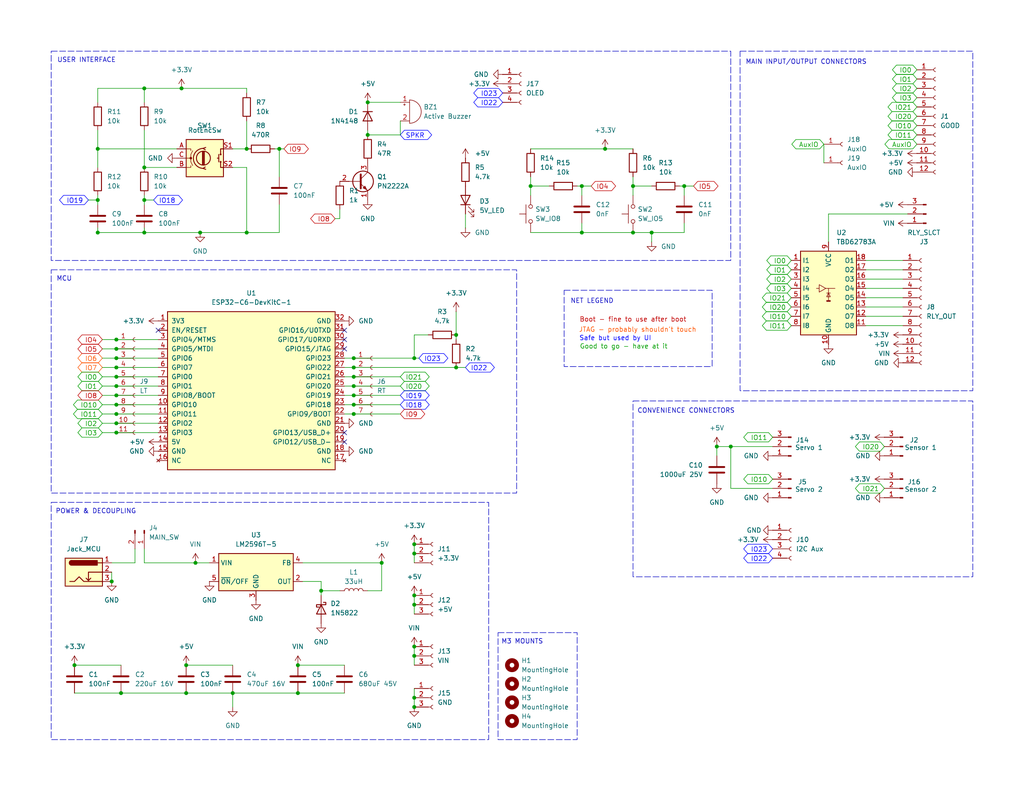
<source format=kicad_sch>
(kicad_sch (version 20250114) (generator "eeschema") (generator_version "9.0")
  (paper "USLetter")
  (title_block (title "Papa's Project Board (ESP32-C6-DevKitC-1-N8)") (date "${RevDate}") (rev "${Rev}") (company "Ben Koren"))
  (rectangle (start 13.97 73.66) (end 140.97 134.62) (stroke (width 0) (type dash)))
  (rectangle (start 13.97 137.16) (end 133.35 201.93) (stroke (width 0) (type dash)))
  (rectangle (start 201.93 13.97) (end 265.43 106.68) (stroke (width 0) (type dash)))
  (rectangle (start 153.924 79.248) (end 194.31 100.076) (stroke (width 0) (type dash)))
  (rectangle (start 135.89 172.72) (end 157.48 201.93) (stroke (width 0) (type dash)))
  (rectangle (start 172.72 109.474) (end 265.43 157.48) (stroke (width 0) (type dash)))
  (rectangle (start 13.97 13.97) (end 199.39 71.12) (stroke (width 0) (type dash)))
  (text "JTAG - probably shouldn't touch" (at 173.99 90.17 0) (effects (font (size 1.27 1.27))))
  (text "USER INTERFACE" (at 23.622 16.51 0) (effects (font (size 1.27 1.27))))
  (text "Boot - fine to use after boot" (at 172.72 87.376 0) (effects (font (size 1.27 1.27))))
  (text "Good to go - have at it" (at 170.18 94.742 0) (effects (font (size 1.27 1.27))))
  (text "MAIN INPUT/OUTPUT CONNECTORS" (at 219.964 17.018 0) (effects (font (size 1.27 1.27))))
  (text "MCU" (at 17.526 76.2 0) (effects (font (size 1.27 1.27))))
  (text "M3 MOUNTS" (at 142.494 175.26 0) (effects (font (size 1.27 1.27))))
  (text "Safe but used by UI" (at 167.894 92.456 0) (effects (font (size 1.27 1.27))))
  (text "NET LEGEND" (at 161.544 82.296 0) (effects (font (size 1.27 1.27))))
  (text "POWER & DECOUPLING" (at 26.162 139.7 0) (effects (font (size 1.27 1.27))))
  (text "CONVENIENCE CONNECTORS" (at 187.198 112.268 0) (effects (font (size 1.27 1.27))))
  (junction (at 26.67 54.61))
  (junction (at 113.03 148.59))
  (junction (at 26.67 63.5))
  (junction (at 31.75 113.03))
  (junction (at 54.61 63.5))
  (junction (at 31.75 110.49))
  (junction (at 195.58 121.92))
  (junction (at 100.33 27.94))
  (junction (at 33.02 189.23))
  (junction (at 100.33 36.83))
  (junction (at 67.31 40.64))
  (junction (at 39.37 45.72))
  (junction (at 31.75 97.79))
  (junction (at 172.72 50.8))
  (junction (at 113.03 193.04))
  (junction (at 113.03 151.13))
  (junction (at 96.52 105.41))
  (junction (at 31.75 100.33))
  (junction (at 31.75 107.95))
  (junction (at 31.75 105.41))
  (junction (at 113.03 165.1))
  (junction (at 31.75 115.57))
  (junction (at 39.37 63.5))
  (junction (at 31.75 95.25))
  (junction (at 113.03 190.5))
  (junction (at 87.63 161.29))
  (junction (at 172.72 63.5))
  (junction (at 31.75 102.87))
  (junction (at 39.37 24.13))
  (junction (at 31.75 118.11))
  (junction (at 113.03 179.07))
  (junction (at 30.48 158.75))
  (junction (at 113.03 97.79))
  (junction (at 96.52 107.95))
  (junction (at 63.5 189.23))
  (junction (at 81.28 189.23))
  (junction (at 177.8 63.5))
  (junction (at 50.8 181.61))
  (junction (at 20.32 181.61))
  (junction (at 186.69 50.8))
  (junction (at 81.28 181.61))
  (junction (at 96.52 102.87))
  (junction (at 113.03 162.56))
  (junction (at 96.52 113.03))
  (junction (at 76.2 40.64))
  (junction (at 26.67 40.64))
  (junction (at 49.53 24.13))
  (junction (at 67.31 63.5))
  (junction (at 199.39 121.92))
  (junction (at 31.75 92.71))
  (junction (at 158.75 63.5))
  (junction (at 144.78 50.8))
  (junction (at 50.8 189.23))
  (junction (at 113.03 176.53))
  (junction (at 39.37 54.61))
  (junction (at 96.52 110.49))
  (junction (at 124.46 91.44))
  (junction (at 104.14 153.67))
  (junction (at 53.34 153.67))
  (junction (at 96.52 97.79))
  (junction (at 165.1 40.64))
  (junction (at 158.75 50.8))
  (junction (at 96.52 100.33))
  (junction (at 124.46 100.33))
  (no_connect (at 93.98 90.17))
  (no_connect (at 93.98 95.25))
  (no_connect (at 43.18 90.17))
  (no_connect (at 93.98 118.11))
  (no_connect (at 93.98 120.65))
  (no_connect (at 93.98 92.71))
  (wire (pts (xy 31.75 113.03) (xy 43.18 113.03)))
  (wire (pts (xy 113.03 91.44) (xy 113.03 97.79)))
  (wire (pts (xy 158.75 50.8) (xy 161.29 50.8)))
  (wire (pts (xy 127 100.33) (xy 124.46 100.33)))
  (wire (pts (xy 186.69 50.8) (xy 186.69 53.34)))
  (wire (pts (xy 96.52 110.49) (xy 109.22 110.49)))
  (wire (pts (xy 93.98 102.87) (xy 96.52 102.87)))
  (wire (pts (xy 31.75 95.25) (xy 43.18 95.25)))
  (wire (pts (xy 31.75 100.33) (xy 43.18 100.33)))
  (wire (pts (xy 26.67 45.72) (xy 26.67 40.64)))
  (wire (pts (xy 172.72 48.26) (xy 172.72 50.8)))
  (wire (pts (xy 82.55 158.75) (xy 87.63 158.75)))
  (wire (pts (xy 53.34 153.67) (xy 39.37 153.67)))
  (wire (pts (xy 100.33 35.56) (xy 100.33 36.83)))
  (wire (pts (xy 31.75 110.49) (xy 43.18 110.49)))
  (wire (pts (xy 63.5 45.72) (xy 67.31 45.72)))
  (wire (pts (xy 27.94 115.57) (xy 31.75 115.57)))
  (wire (pts (xy 113.03 190.5) (xy 113.03 193.04)))
  (wire (pts (xy 26.67 62.23) (xy 26.67 63.5)))
  (wire (pts (xy 113.03 179.07) (xy 113.03 181.61)))
  (wire (pts (xy 67.31 25.4) (xy 67.31 24.13)))
  (wire (pts (xy 113.03 176.53) (xy 113.03 179.07)))
  (wire (pts (xy 116.84 91.44) (xy 113.03 91.44)))
  (wire (pts (xy 236.22 78.74) (xy 246.38 78.74)))
  (wire (pts (xy 76.2 40.64) (xy 76.2 48.26)))
  (wire (pts (xy 177.8 63.5) (xy 172.72 63.5)))
  (wire (pts (xy 247.65 58.42) (xy 226.06 58.42)))
  (wire (pts (xy 67.31 45.72) (xy 67.31 63.5)))
  (wire (pts (xy 76.2 63.5) (xy 67.31 63.5)))
  (wire (pts (xy 39.37 53.34) (xy 39.37 54.61)))
  (wire (pts (xy 26.67 24.13) (xy 39.37 24.13)))
  (wire (pts (xy 124.46 85.09) (xy 124.46 91.44)))
  (wire (pts (xy 27.94 113.03) (xy 31.75 113.03)))
  (wire (pts (xy 236.22 76.2) (xy 246.38 76.2)))
  (wire (pts (xy 82.55 153.67) (xy 104.14 153.67)))
  (wire (pts (xy 236.22 86.36) (xy 246.38 86.36)))
  (wire (pts (xy 27.94 105.41) (xy 31.75 105.41)))
  (wire (pts (xy 226.06 58.42) (xy 226.06 66.04)))
  (wire (pts (xy 93.98 97.79) (xy 96.52 97.79)))
  (wire (pts (xy 236.22 81.28) (xy 246.38 81.28)))
  (wire (pts (xy 186.69 50.8) (xy 189.23 50.8)))
  (wire (pts (xy 31.75 107.95) (xy 43.18 107.95)))
  (wire (pts (xy 236.22 73.66) (xy 246.38 73.66)))
  (wire (pts (xy 93.98 105.41) (xy 96.52 105.41)))
  (wire (pts (xy 39.37 45.72) (xy 48.26 45.72)))
  (wire (pts (xy 96.52 105.41) (xy 109.22 105.41)))
  (wire (pts (xy 50.8 181.61) (xy 63.5 181.61)))
  (wire (pts (xy 144.78 63.5) (xy 158.75 63.5)))
  (wire (pts (xy 93.98 100.33) (xy 96.52 100.33)))
  (wire (pts (xy 27.94 110.49) (xy 31.75 110.49)))
  (wire (pts (xy 236.22 88.9) (xy 246.38 88.9)))
  (wire (pts (xy 31.75 105.41) (xy 43.18 105.41)))
  (wire (pts (xy 92.71 57.15) (xy 92.71 59.69)))
  (wire (pts (xy 31.75 92.71) (xy 43.18 92.71)))
  (wire (pts (xy 100.33 27.94) (xy 109.22 27.94)))
  (wire (pts (xy 31.75 102.87) (xy 43.18 102.87)))
  (wire (pts (xy 199.39 133.35) (xy 199.39 121.92)))
  (wire (pts (xy 24.13 54.61) (xy 26.67 54.61)))
  (wire (pts (xy 236.22 83.82) (xy 246.38 83.82)))
  (wire (pts (xy 50.8 189.23) (xy 63.5 189.23)))
  (wire (pts (xy 185.42 50.8) (xy 186.69 50.8)))
  (wire (pts (xy 109.22 36.83) (xy 109.22 33.02)))
  (wire (pts (xy 113.03 187.96) (xy 113.03 190.5)))
  (wire (pts (xy 172.72 50.8) (xy 172.72 53.34)))
  (wire (pts (xy 210.82 133.35) (xy 199.39 133.35)))
  (wire (pts (xy 27.94 92.71) (xy 31.75 92.71)))
  (wire (pts (xy 165.1 40.64) (xy 172.72 40.64)))
  (wire (pts (xy 39.37 153.67) (xy 39.37 149.86)))
  (wire (pts (xy 39.37 35.56) (xy 39.37 45.72)))
  (wire (pts (xy 158.75 63.5) (xy 172.72 63.5)))
  (wire (pts (xy 93.98 113.03) (xy 96.52 113.03)))
  (wire (pts (xy 33.02 189.23) (xy 50.8 189.23)))
  (wire (pts (xy 27.94 118.11) (xy 31.75 118.11)))
  (wire (pts (xy 104.14 153.67) (xy 104.14 161.29)))
  (wire (pts (xy 31.75 118.11) (xy 43.18 118.11)))
  (wire (pts (xy 26.67 35.56) (xy 26.67 40.64)))
  (wire (pts (xy 74.93 40.64) (xy 76.2 40.64)))
  (wire (pts (xy 39.37 63.5) (xy 39.37 62.23)))
  (wire (pts (xy 26.67 24.13) (xy 26.67 27.94)))
  (wire (pts (xy 67.31 33.02) (xy 67.31 40.64)))
  (wire (pts (xy 39.37 24.13) (xy 39.37 27.94)))
  (wire (pts (xy 124.46 91.44) (xy 124.46 92.71)))
  (wire (pts (xy 31.75 97.79) (xy 43.18 97.79)))
  (wire (pts (xy 158.75 50.8) (xy 158.75 53.34)))
  (wire (pts (xy 39.37 54.61) (xy 41.91 54.61)))
  (wire (pts (xy 144.78 50.8) (xy 144.78 53.34)))
  (wire (pts (xy 36.83 153.67) (xy 30.48 153.67)))
  (wire (pts (xy 144.78 48.26) (xy 144.78 50.8)))
  (wire (pts (xy 113.03 165.1) (xy 113.03 167.64)))
  (wire (pts (xy 20.32 181.61) (xy 33.02 181.61)))
  (wire (pts (xy 26.67 40.64) (xy 48.26 40.64)))
  (wire (pts (xy 127 62.23) (xy 127 58.42)))
  (wire (pts (xy 26.67 55.88) (xy 26.67 54.61)))
  (wire (pts (xy 54.61 63.5) (xy 39.37 63.5)))
  (wire (pts (xy 27.94 100.33) (xy 31.75 100.33)))
  (wire (pts (xy 67.31 40.64) (xy 63.5 40.64)))
  (wire (pts (xy 186.69 63.5) (xy 177.8 63.5)))
  (wire (pts (xy 96.52 97.79) (xy 113.03 97.79)))
  (wire (pts (xy 31.75 115.57) (xy 43.18 115.57)))
  (wire (pts (xy 27.94 102.87) (xy 31.75 102.87)))
  (wire (pts (xy 76.2 55.88) (xy 76.2 63.5)))
  (wire (pts (xy 144.78 40.64) (xy 165.1 40.64)))
  (wire (pts (xy 158.75 60.96) (xy 158.75 63.5)))
  (wire (pts (xy 224.79 39.37) (xy 224.79 44.45)))
  (wire (pts (xy 236.22 71.12) (xy 246.38 71.12)))
  (wire (pts (xy 113.03 148.59) (xy 113.03 151.13)))
  (wire (pts (xy 157.48 50.8) (xy 158.75 50.8)))
  (wire (pts (xy 96.52 113.03) (xy 109.22 113.03)))
  (wire (pts (xy 87.63 161.29) (xy 92.71 161.29)))
  (wire (pts (xy 93.98 110.49) (xy 96.52 110.49)))
  (wire (pts (xy 199.39 121.92) (xy 210.82 121.92)))
  (wire (pts (xy 27.94 107.95) (xy 31.75 107.95)))
  (wire (pts (xy 81.28 189.23) (xy 93.98 189.23)))
  (wire (pts (xy 49.53 24.13) (xy 39.37 24.13)))
  (wire (pts (xy 195.58 121.92) (xy 199.39 121.92)))
  (wire (pts (xy 87.63 161.29) (xy 87.63 162.56)))
  (wire (pts (xy 93.98 107.95) (xy 96.52 107.95)))
  (wire (pts (xy 20.32 189.23) (xy 33.02 189.23)))
  (wire (pts (xy 87.63 161.29) (xy 87.63 158.75)))
  (wire (pts (xy 172.72 50.8) (xy 177.8 50.8)))
  (wire (pts (xy 76.2 40.64) (xy 77.47 40.64)))
  (wire (pts (xy 100.33 161.29) (xy 104.14 161.29)))
  (wire (pts (xy 100.33 36.83) (xy 109.22 36.83)))
  (wire (pts (xy 63.5 189.23) (xy 81.28 189.23)))
  (wire (pts (xy 186.69 60.96) (xy 186.69 63.5)))
  (wire (pts (xy 67.31 24.13) (xy 49.53 24.13)))
  (wire (pts (xy 81.28 181.61) (xy 93.98 181.61)))
  (wire (pts (xy 27.94 95.25) (xy 31.75 95.25)))
  (wire (pts (xy 114.3 97.79) (xy 113.03 97.79)))
  (wire (pts (xy 113.03 151.13) (xy 113.03 153.67)))
  (wire (pts (xy 39.37 63.5) (xy 26.67 63.5)))
  (wire (pts (xy 92.71 59.69) (xy 91.44 59.69)))
  (wire (pts (xy 39.37 54.61) (xy 39.37 55.88)))
  (wire (pts (xy 96.52 100.33) (xy 124.46 100.33)))
  (wire (pts (xy 54.61 63.5) (xy 67.31 63.5)))
  (wire (pts (xy 53.34 153.67) (xy 57.15 153.67)))
  (wire (pts (xy 63.5 189.23) (xy 63.5 193.04)))
  (wire (pts (xy 30.48 156.21) (xy 30.48 158.75)))
  (wire (pts (xy 36.83 149.86) (xy 36.83 153.67)))
  (wire (pts (xy 177.8 66.04) (xy 177.8 63.5)))
  (wire (pts (xy 96.52 107.95) (xy 109.22 107.95)))
  (wire (pts (xy 27.94 97.79) (xy 31.75 97.79)))
  (wire (pts (xy 26.67 54.61) (xy 26.67 53.34)))
  (wire (pts (xy 113.03 162.56) (xy 113.03 165.1)))
  (wire (pts (xy 144.78 50.8) (xy 149.86 50.8)))
  (wire (pts (xy 96.52 102.87) (xy 109.22 102.87)))
  (wire (pts (xy 195.58 121.92) (xy 195.58 124.46)))
  (global_label "IO20" (shape bidirectional) (at 109.22 105.41 0) (property "Intersheetrefs" "${INTERSHEET_REFS}" (effects (hide yes))))
  (global_label "IO20" (shape bidirectional) (at 250.19 31.75 180) (property "Intersheetrefs" "${INTERSHEET_REFS}" (effects (hide yes))))
  (global_label "IO11" (shape bidirectional) (at 250.19 36.83 180) (property "Intersheetrefs" "${INTERSHEET_REFS}" (effects (hide yes))))
  (global_label "IO2" (shape bidirectional) (at 250.19 24.13 180) (property "Intersheetrefs" "${INTERSHEET_REFS}" (effects (hide yes))))
  (global_label "SPKR" (shape bidirectional) (at 109.22 36.83 0) (property "Intersheetrefs" "${INTERSHEET_REFS}" (effects (hide yes))))
  (global_label "IO11" (shape bidirectional) (at 215.9 88.9 180) (property "Intersheetrefs" "${INTERSHEET_REFS}" (effects (hide yes))))
  (global_label "AuxIO" (shape bidirectional) (at 250.19 39.37 180) (property "Intersheetrefs" "${INTERSHEET_REFS}" (effects (hide yes))))
  (global_label "IO9" (shape bidirectional) (at 109.22 113.03 0) (property "Intersheetrefs" "${INTERSHEET_REFS}" (effects (hide yes))))
  (global_label "IO18" (shape bidirectional) (at 109.22 110.49 0) (property "Intersheetrefs" "${INTERSHEET_REFS}" (effects (hide yes))))
  (global_label "IO21" (shape bidirectional) (at 250.19 29.21 180) (property "Intersheetrefs" "${INTERSHEET_REFS}" (effects (hide yes))))
  (global_label "IO4" (shape bidirectional) (at 27.94 92.71 180) (property "Intersheetrefs" "${INTERSHEET_REFS}" (effects (hide yes))))
  (global_label "IO8" (shape bidirectional) (at 91.44 59.69 180) (property "Intersheetrefs" "${INTERSHEET_REFS}" (effects (hide yes))))
  (global_label "IO23" (shape bidirectional) (at 210.82 149.86 180) (property "Intersheetrefs" "${INTERSHEET_REFS}" (effects (hide yes))))
  (global_label "IO10" (shape bidirectional) (at 210.82 130.81 180) (property "Intersheetrefs" "${INTERSHEET_REFS}" (effects (hide yes))))
  (global_label "IO10" (shape bidirectional) (at 27.94 110.49 180) (property "Intersheetrefs" "${INTERSHEET_REFS}" (effects (hide yes))))
  (global_label "IO20" (shape bidirectional) (at 241.3 121.92 180) (property "Intersheetrefs" "${INTERSHEET_REFS}" (effects (hide yes))))
  (global_label "IO2" (shape bidirectional) (at 215.9 76.2 180) (property "Intersheetrefs" "${INTERSHEET_REFS}" (effects (hide yes))))
  (global_label "IO2" (shape bidirectional) (at 27.94 115.57 180) (property "Intersheetrefs" "${INTERSHEET_REFS}" (effects (hide yes))))
  (global_label "IO23" (shape bidirectional) (at 114.3 97.79 0) (property "Intersheetrefs" "${INTERSHEET_REFS}" (effects (hide yes))))
  (global_label "IO7" (shape bidirectional) (at 27.94 100.33 180) (property "Intersheetrefs" "${INTERSHEET_REFS}" (effects (hide yes))))
  (global_label "IO19" (shape bidirectional) (at 109.22 107.95 0) (property "Intersheetrefs" "${INTERSHEET_REFS}" (effects (hide yes))))
  (global_label "IO6" (shape bidirectional) (at 27.94 97.79 180) (property "Intersheetrefs" "${INTERSHEET_REFS}" (effects (hide yes))))
  (global_label "IO4" (shape bidirectional) (at 161.29 50.8 0) (property "Intersheetrefs" "${INTERSHEET_REFS}" (effects (hide yes))))
  (global_label "IO1" (shape bidirectional) (at 27.94 105.41 180) (property "Intersheetrefs" "${INTERSHEET_REFS}" (effects (hide yes))))
  (global_label "IO3" (shape bidirectional) (at 250.19 26.67 180) (property "Intersheetrefs" "${INTERSHEET_REFS}" (effects (hide yes))))
  (global_label "IO0" (shape bidirectional) (at 215.9 71.12 180) (property "Intersheetrefs" "${INTERSHEET_REFS}" (effects (hide yes))))
  (global_label "IO10" (shape bidirectional) (at 250.19 34.29 180) (property "Intersheetrefs" "${INTERSHEET_REFS}" (effects (hide yes))))
  (global_label "IO1" (shape bidirectional) (at 250.19 21.59 180) (property "Intersheetrefs" "${INTERSHEET_REFS}" (effects (hide yes))))
  (global_label "IO0" (shape bidirectional) (at 250.19 19.05 180) (property "Intersheetrefs" "${INTERSHEET_REFS}" (effects (hide yes))))
  (global_label "IO8" (shape bidirectional) (at 27.94 107.95 180) (property "Intersheetrefs" "${INTERSHEET_REFS}" (effects (hide yes))))
  (global_label "IO23" (shape bidirectional) (at 137.16 25.4 180) (property "Intersheetrefs" "${INTERSHEET_REFS}" (effects (hide yes))))
  (global_label "IO22" (shape bidirectional) (at 210.82 152.4 180) (property "Intersheetrefs" "${INTERSHEET_REFS}" (effects (hide yes))))
  (global_label "IO9" (shape bidirectional) (at 77.47 40.64 0) (property "Intersheetrefs" "${INTERSHEET_REFS}" (effects (hide yes))))
  (global_label "IO22" (shape bidirectional) (at 137.16 27.94 180) (property "Intersheetrefs" "${INTERSHEET_REFS}" (effects (hide yes))))
  (global_label "IO21" (shape bidirectional) (at 109.22 102.87 0) (property "Intersheetrefs" "${INTERSHEET_REFS}" (effects (hide yes))))
  (global_label "IO20" (shape bidirectional) (at 215.9 83.82 180) (property "Intersheetrefs" "${INTERSHEET_REFS}" (effects (hide yes))))
  (global_label "IO3" (shape bidirectional) (at 27.94 118.11 180) (property "Intersheetrefs" "${INTERSHEET_REFS}" (effects (hide yes))))
  (global_label "IO11" (shape bidirectional) (at 27.94 113.03 180) (property "Intersheetrefs" "${INTERSHEET_REFS}" (effects (hide yes))))
  (global_label "IO1" (shape bidirectional) (at 215.9 73.66 180) (property "Intersheetrefs" "${INTERSHEET_REFS}" (effects (hide yes))))
  (global_label "IO3" (shape bidirectional) (at 215.9 78.74 180) (property "Intersheetrefs" "${INTERSHEET_REFS}" (effects (hide yes))))
  (global_label "IO10" (shape bidirectional) (at 215.9 86.36 180) (property "Intersheetrefs" "${INTERSHEET_REFS}" (effects (hide yes))))
  (global_label "IO18" (shape bidirectional) (at 41.91 54.61 0) (property "Intersheetrefs" "${INTERSHEET_REFS}" (effects (hide yes))))
  (global_label "IO22" (shape bidirectional) (at 127 100.33 0) (property "Intersheetrefs" "${INTERSHEET_REFS}" (effects (hide yes))))
  (global_label "IO5" (shape bidirectional) (at 189.23 50.8 0) (property "Intersheetrefs" "${INTERSHEET_REFS}" (effects (hide yes))))
  (global_label "IO11" (shape bidirectional) (at 210.82 119.38 180) (property "Intersheetrefs" "${INTERSHEET_REFS}" (effects (hide yes))))
  (global_label "IO21" (shape bidirectional) (at 241.3 133.35 180) (property "Intersheetrefs" "${INTERSHEET_REFS}" (effects (hide yes))))
  (global_label "IO0" (shape bidirectional) (at 27.94 102.87 180) (property "Intersheetrefs" "${INTERSHEET_REFS}" (effects (hide yes))))
  (global_label "IO21" (shape bidirectional) (at 215.9 81.28 180) (property "Intersheetrefs" "${INTERSHEET_REFS}" (effects (hide yes))))
  (global_label "AuxIO" (shape bidirectional) (at 224.79 39.37 180) (property "Intersheetrefs" "${INTERSHEET_REFS}" (effects (hide yes))))
  (global_label "IO5" (shape bidirectional) (at 27.94 95.25 180) (property "Intersheetrefs" "${INTERSHEET_REFS}" (effects (hide yes))))
  (global_label "IO19" (shape bidirectional) (at 24.13 54.61 180) (property "Intersheetrefs" "${INTERSHEET_REFS}" (effects (hide yes))))
  (symbol (lib_id "Device:R") (at 92.71 53.34 0) (unit 1)
    (property "Reference" "R1" (at 95.25 52.0699 0) (effects (justify left)))
    (property "Value" "1k" (at 95.25 54.6099 0) (effects (justify left)))
    (property "Footprint" "Resistor_THT:R_Axial_DIN0207_L6.3mm_D2.5mm_P10.16mm_Horizontal" (effects (hide yes)))
    (property "Description" "Resistor" (effects (hide yes)))
  )
  (symbol (lib_id "Switch:SW_Push") (at 172.72 58.42 90) (unit 1)
    (property "Reference" "SW2" (at 173.99 57.1499 90) (effects (justify right)))
    (property "Value" "SW_IO5" (at 173.99 59.6899 90) (effects (justify right)))
    (property "Footprint" "Button_Switch_THT:SW_PUSH-12mm_Wuerth-430476085716" (effects (hide yes)))
    (property "Description" "Push button switch, generic, two pins" (effects (hide yes)))
  )
  (symbol (lib_id "Mechanical:MountingHole") (at 139.7 196.85 0) (unit 1) (in_bom no)
    (property "Reference" "H4" (at 142.24 195.5799 0) (effects (justify left)))
    (property "Value" "MountingHole" (at 142.24 198.1199 0) (effects (justify left)))
    (property "Footprint" "MountingHole:MountingHole_3.2mm_M3" (effects (hide yes)))
    (property "Description" "Mounting Hole without connection" (effects (hide yes)))
  )
  (symbol (lib_id "Device:C") (at 158.75 57.15 0) (unit 1)
    (property "Reference" "C12" (at 162.56 55.8799 0) (effects (justify left)))
    (property "Value" "0nF" (at 162.56 58.4199 0) (effects (justify left)))
    (property "Footprint" "Capacitor_THT:C_Disc_D5.0mm_W2.5mm_P5.00mm" (effects (hide yes)))
    (property "Description" "Unpolarized capacitor" (effects (hide yes)))
  )
  (symbol (lib_id "power:GND") (at 69.85 163.83 0) (unit 1)
    (property "Reference" "#PWR014" (effects (hide yes)))
    (property "Value" "GND" (at 69.85 168.91 0))
    (property "Description" "Power symbol creates a global label with name \"GND\" , ground" (effects (hide yes)))
  )
  (symbol (lib_id "PCM_Espressif:ESP32-C6-DevKitC-1") (at 68.58 105.41 0) (unit 1)
    (property "Reference" "U1" (at 68.58 80.01 0))
    (property "Value" "ESP32-C6-DevKitC-1" (at 68.58 82.55 0))
    (property "Footprint" "PCM_Espressif:ESP32-C6-DevKitC-1" (effects (hide yes)))
    (property "Datasheet" "https://docs.espressif.com/projects/espressif-esp-dev-kits/en/latest/esp32c6/esp32-c6-devkitc-1/user_guide.html" (effects (hide yes)))
    (property "Description" "ESP32-C6-DevKitC-1" (effects (hide yes)))
  )
  (symbol (lib_id "power:GND") (at 177.8 66.04 0) (unit 1)
    (property "Reference" "#PWR055" (effects (hide yes)))
    (property "Value" "GND" (at 180.34 67.3099 0) (effects (justify left)))
    (property "Description" "Power symbol creates a global label with name \"GND\" , ground" (effects (hide yes)))
  )
  (symbol (lib_id "Device:C") (at 50.8 185.42 0) (unit 1)
    (property "Reference" "C3" (at 54.61 184.1499 0) (effects (justify left)))
    (property "Value" "100nF" (at 54.61 186.6899 0) (effects (justify left)))
    (property "Footprint" "Capacitor_THT:C_Disc_D5.0mm_W2.5mm_P5.00mm" (effects (hide yes)))
    (property "Description" "Unpolarized capacitor" (effects (hide yes)))
  )
  (symbol (lib_id "Device:C") (at 76.2 52.07 0) (unit 1)
    (property "Reference" "C7" (at 80.01 50.7999 0) (effects (justify left)))
    (property "Value" "100nF" (at 80.01 53.3399 0) (effects (justify left)))
    (property "Footprint" "Capacitor_THT:C_Disc_D5.0mm_W2.5mm_P5.00mm" (effects (hide yes)))
    (property "Description" "Unpolarized capacitor" (effects (hide yes)))
  )
  (symbol (lib_id "Device:C") (at 63.5 185.42 0) (unit 1)
    (property "Reference" "C4" (at 67.31 184.1499 0) (effects (justify left)))
    (property "Value" "470uF 16V" (at 67.31 186.6899 0) (effects (justify left)))
    (property "Footprint" "Capacitor_THT:CP_Radial_D8.0mm_P2.50mm" (effects (hide yes)))
    (property "Description" "Unpolarized capacitor" (effects (hide yes)))
  )
  (symbol (lib_name "Conn_01x03_Socket_2") (lib_id "Connector:Conn_01x03_Socket") (at 118.11 190.5 0) (unit 1)
    (property "Reference" "J15" (at 119.38 189.2299 0) (effects (justify left)))
    (property "Value" "GND" (at 119.38 191.7699 0) (effects (justify left)))
    (property "Footprint" "Connector_PinSocket_2.54mm:PinSocket_1x03_P2.54mm_Vertical" (effects (hide yes)))
    (property "Description" "Generic connector, single row, 01x03, script generated" (effects (hide yes)))
  )
  (symbol (lib_id "Diode:1N4148") (at 100.33 31.75 90) (mirror x) (unit 1)
    (property "Reference" "D1" (at 97.79 30.4799 90) (effects (justify left)))
    (property "Value" "1N4148" (at 97.79 33.0199 90) (effects (justify left)))
    (property "Footprint" "Diode_THT:D_DO-35_SOD27_P7.62mm_Horizontal" (effects (hide yes)))
    (property "Datasheet" "https://assets.nexperia.com/documents/data-sheet/1N4148_1N4448.pdf" (effects (hide yes)))
    (property "Description" "100V 0.15A standard switching diode, DO-35" (effects (hide yes)))
    (property "Sim.Device" "D" (effects (hide yes)))
    (property "Sim.Pins" "1=K 2=A" (effects (hide yes)))
  )
  (symbol (lib_id "power:VCC") (at 43.18 120.65 90) (unit 1)
    (property "Reference" "#PWR016" (effects (hide yes)))
    (property "Value" "+5V" (at 39.37 120.6499 90) (effects (justify left)))
    (property "Description" "Power symbol creates a global label with name \"VCC\"" (effects (hide yes)))
  )
  (symbol (lib_id "power:VCC") (at 247.65 60.96 90) (unit 1)
    (property "Reference" "#PWR030" (effects (hide yes)))
    (property "Value" "VIN" (at 242.57 60.96 90))
    (property "Description" "Power symbol creates a global label with name \"VCC\"" (effects (hide yes)))
  )
  (symbol (lib_id "power:GND") (at 195.58 132.08 0) (unit 1)
    (property "Reference" "#PWR07" (effects (hide yes)))
    (property "Value" "GND" (at 195.58 137.16 0))
    (property "Description" "Power symbol creates a global label with name \"GND\" , ground" (effects (hide yes)))
  )
  (symbol (lib_id "Transistor_Array:TBD62783A") (at 226.06 78.74 0) (unit 1)
    (property "Reference" "U2" (at 228.2033 63.5 0) (effects (justify left)))
    (property "Value" "TBD62783A" (at 228.2033 66.04 0) (effects (justify left)))
    (property "Footprint" "Package_DIP:DIP-18_W7.62mm_Socket" (effects (hide yes)))
    (property "Datasheet" "http://toshiba.semicon-storage.com/info/docget.jsp?did=30523&prodName=TBD62783APG" (effects (hide yes)))
    (property "Description" "8-Channel Source Type Transistor Array, TTL and CMOS compatible, 500mA, 50V, DIP-18/SOP-18/SSOP-18/SOIC-18W" (effects (hide yes)))
  )
  (symbol (lib_id "Device:R") (at 144.78 44.45 0) (unit 1)
    (property "Reference" "R14" (at 147.32 43.1799 0) (effects (justify left)))
    (property "Value" "10k" (at 147.32 45.7199 0) (effects (justify left)))
    (property "Footprint" "Resistor_THT:R_Axial_DIN0207_L6.3mm_D2.5mm_P10.16mm_Horizontal" (effects (hide yes)))
    (property "Description" "Resistor" (effects (hide yes)))
  )
  (symbol (lib_id "power:+5V") (at 50.8 181.61 0) (unit 1)
    (property "Reference" "#PWR023" (effects (hide yes)))
    (property "Value" "+5V" (at 50.8 176.53 0))
    (property "Description" "Power symbol creates a global label with name \"+5V\"" (effects (hide yes)))
  )
  (symbol (lib_id "power:+3.3V") (at 250.19 41.91 90) (unit 1)
    (property "Reference" "#PWR038" (effects (hide yes)))
    (property "Value" "+3.3V" (at 246.38 41.9099 90) (effects (justify left)))
    (property "Description" "Power symbol creates a global label with name \"+3.3V\"" (effects (hide yes)))
  )
  (symbol (lib_id "power:+3.3V") (at 246.38 91.44 90) (unit 1)
    (property "Reference" "#PWR034" (effects (hide yes)))
    (property "Value" "+3.3V" (at 242.57 91.4399 90) (effects (justify left)))
    (property "Description" "Power symbol creates a global label with name \"+3.3V\"" (effects (hide yes)))
  )
  (symbol (lib_id "Connector:Conn_01x03_Pin") (at 252.73 58.42 180) (unit 1)
    (property "Reference" "J3" (at 252.095 66.04 0))
    (property "Value" "RLY_SLCT" (at 252.095 63.5 0))
    (property "Footprint" "Connector_PinHeader_2.54mm:PinHeader_1x03_P2.54mm_Vertical" (effects (hide yes)))
    (property "Description" "Generic connector, single row, 01x03, script generated" (effects (hide yes)))
  )
  (symbol (lib_id "power:GND") (at 93.98 87.63 90) (unit 1)
    (property "Reference" "#PWR047" (effects (hide yes)))
    (property "Value" "GND" (at 97.79 87.6299 90) (effects (justify right)))
    (property "Description" "Power symbol creates a global label with name \"GND\" , ground" (effects (hide yes)))
  )
  (symbol (lib_id "Connector:Conn_01x01_Socket") (at 229.87 39.37 0) (unit 1)
    (property "Reference" "J18" (at 231.14 38.0999 0) (effects (justify left)))
    (property "Value" "AuxIO" (at 231.14 40.6399 0) (effects (justify left)))
    (property "Footprint" "TestPoint:TestPoint_Pad_D1.0mm" (effects (hide yes)))
    (property "Description" "Generic connector, single row, 01x01, script generated" (effects (hide yes)))
  )
  (symbol (lib_id "power:+3.3V") (at 20.32 181.61 0) (unit 1)
    (property "Reference" "#PWR027" (effects (hide yes)))
    (property "Value" "+3.3V" (at 20.32 176.53 0))
    (property "Description" "Power symbol creates a global label with name \"+3.3V\"" (effects (hide yes)))
  )
  (symbol (lib_id "Device:R") (at 127 46.99 0) (unit 1)
    (property "Reference" "R5" (at 129.54 45.7199 0) (effects (justify left)))
    (property "Value" "4.7k" (at 129.54 48.2599 0) (effects (justify left)))
    (property "Footprint" "Resistor_THT:R_Axial_DIN0207_L6.3mm_D2.5mm_P10.16mm_Horizontal" (effects (hide yes)))
    (property "Description" "Resistor" (effects (hide yes)))
  )
  (symbol (lib_id "Mechanical:MountingHole") (at 139.7 186.69 0) (unit 1) (in_bom no)
    (property "Reference" "H2" (at 142.24 185.4199 0) (effects (justify left)))
    (property "Value" "MountingHole" (at 142.24 187.9599 0) (effects (justify left)))
    (property "Footprint" "MountingHole:MountingHole_3.2mm_M3" (effects (hide yes)))
    (property "Description" "Mounting Hole without connection" (effects (hide yes)))
  )
  (symbol (lib_id "power:GND") (at 48.26 43.18 270) (unit 1)
    (property "Reference" "#PWR053" (effects (hide yes)))
    (property "Value" "GND" (at 44.45 43.1799 90) (effects (justify right)))
    (property "Description" "Power symbol creates a global label with name \"GND\" , ground" (effects (hide yes)))
  )
  (symbol (lib_name "Conn_01x03_Socket_2") (lib_id "Connector:Conn_01x03_Socket") (at 118.11 179.07 0) (unit 1)
    (property "Reference" "J13" (at 119.38 177.7999 0) (effects (justify left)))
    (property "Value" "VIN" (at 119.38 180.3399 0) (effects (justify left)))
    (property "Footprint" "Connector_PinSocket_2.54mm:PinSocket_1x03_P2.54mm_Vertical" (effects (hide yes)))
    (property "Description" "Generic connector, single row, 01x03, script generated" (effects (hide yes)))
  )
  (symbol (lib_id "Device:C") (at 81.28 185.42 0) (unit 1)
    (property "Reference" "C5" (at 85.09 184.1499 0) (effects (justify left)))
    (property "Value" "100nF" (at 85.09 186.6899 0) (effects (justify left)))
    (property "Footprint" "Capacitor_THT:C_Disc_D5.0mm_W2.5mm_P5.00mm" (effects (hide yes)))
    (property "Description" "Unpolarized capacitor" (effects (hide yes)))
  )
  (symbol (lib_id "Switch:SW_Push") (at 144.78 58.42 90) (unit 1)
    (property "Reference" "SW3" (at 146.05 57.1499 90) (effects (justify right)))
    (property "Value" "SW_IO8" (at 146.05 59.6899 90) (effects (justify right)))
    (property "Footprint" "Button_Switch_THT:SW_PUSH-12mm_Wuerth-430476085716" (effects (hide yes)))
    (property "Description" "Push button switch, generic, two pins" (effects (hide yes)))
  )
  (symbol (lib_id "Device:RotaryEncoder_Switch") (at 55.88 43.18 0) (unit 1)
    (property "Reference" "SW1" (at 55.88 34.29 0))
    (property "Value" "RotEncSw" (at 55.88 35.56 0))
    (property "Footprint" "Rotary_Encoder:RotaryEncoder_Alps_EC11E-Switch_Vertical_H20mm" (effects (hide yes)))
    (property "Description" "Rotary encoder, dual channel, incremental quadrate outputs, with switch" (effects (hide yes)))
  )
  (symbol (lib_id "power:+3.3V") (at 241.3 119.38 90) (unit 1)
    (property "Reference" "#PWR04" (effects (hide yes)))
    (property "Value" "+3.3V" (at 237.49 119.3799 90) (effects (justify left)))
    (property "Description" "Power symbol creates a global label with name \"+3.3V\"" (effects (hide yes)))
  )
  (symbol (lib_id "Mechanical:MountingHole") (at 139.7 181.61 0) (unit 1) (in_bom no)
    (property "Reference" "H1" (at 142.24 180.3399 0) (effects (justify left)))
    (property "Value" "MountingHole" (at 142.24 182.8799 0) (effects (justify left)))
    (property "Footprint" "MountingHole:MountingHole_3.2mm_M3" (effects (hide yes)))
    (property "Description" "Mounting Hole without connection" (effects (hide yes)))
  )
  (symbol (lib_id "power:GND") (at 93.98 115.57 90) (unit 1)
    (property "Reference" "#PWR035" (effects (hide yes)))
    (property "Value" "GND" (at 97.79 115.5699 90) (effects (justify right)))
    (property "Description" "Power symbol creates a global label with name \"GND\" , ground" (effects (hide yes)))
  )
  (symbol (lib_id "power:GND") (at 241.3 135.89 270) (unit 1)
    (property "Reference" "#PWR050" (effects (hide yes)))
    (property "Value" "GND" (at 237.49 135.8899 90) (effects (justify right)))
    (property "Description" "Power symbol creates a global label with name \"GND\" , ground" (effects (hide yes)))
  )
  (symbol (lib_id "power:+5V") (at 104.14 153.67 0) (unit 1)
    (property "Reference" "#PWR09" (effects (hide yes)))
    (property "Value" "+5V" (at 104.14 148.59 0))
    (property "Description" "Power symbol creates a global label with name \"+5V\"" (effects (hide yes)))
  )
  (symbol (lib_id "Device:R") (at 39.37 49.53 0) (unit 1)
    (property "Reference" "R10" (at 41.91 48.2599 0) (effects (justify left)))
    (property "Value" "10k" (at 41.91 50.7999 0) (effects (justify left)))
    (property "Footprint" "Resistor_THT:R_Axial_DIN0207_L6.3mm_D2.5mm_P10.16mm_Horizontal" (effects (hide yes)))
    (property "Description" "Resistor" (effects (hide yes)))
  )
  (symbol (lib_name "Conn_01x03_Socket_2") (lib_id "Connector:Conn_01x03_Socket") (at 118.11 151.13 0) (unit 1)
    (property "Reference" "J11" (at 119.38 149.8599 0) (effects (justify left)))
    (property "Value" "+3.3V" (at 119.38 152.3999 0) (effects (justify left)))
    (property "Footprint" "Connector_PinSocket_2.54mm:PinSocket_1x03_P2.54mm_Vertical" (effects (hide yes)))
    (property "Description" "Generic connector, single row, 01x03, script generated" (effects (hide yes)))
  )
  (symbol (lib_id "power:VCC") (at 246.38 93.98 90) (unit 1)
    (property "Reference" "#PWR032" (effects (hide yes)))
    (property "Value" "+5V" (at 242.57 93.9799 90) (effects (justify left)))
    (property "Description" "Power symbol creates a global label with name \"VCC\"" (effects (hide yes)))
  )
  (symbol (lib_id "Device:R") (at 120.65 91.44 270) (unit 1)
    (property "Reference" "R3" (at 120.65 85.09 90))
    (property "Value" "4.7k" (at 120.65 87.63 90))
    (property "Footprint" "Resistor_THT:R_Axial_DIN0207_L6.3mm_D2.5mm_P10.16mm_Horizontal" (effects (hide yes)))
    (property "Description" "Resistor" (effects (hide yes)))
  )
  (symbol (lib_name "Conn_01x03_Socket_2") (lib_id "Connector:Conn_01x03_Socket") (at 118.11 165.1 0) (unit 1)
    (property "Reference" "J12" (at 119.38 163.8299 0) (effects (justify left)))
    (property "Value" "+5V" (at 119.38 166.3699 0) (effects (justify left)))
    (property "Footprint" "Connector_PinSocket_2.54mm:PinSocket_1x03_P2.54mm_Vertical" (effects (hide yes)))
    (property "Description" "Generic connector, single row, 01x03, script generated" (effects (hide yes)))
  )
  (symbol (lib_id "power:GND") (at 137.16 20.32 270) (mirror x) (unit 1)
    (property "Reference" "#PWR02" (effects (hide yes)))
    (property "Value" "GND" (at 133.35 20.3199 90) (effects (justify right)))
    (property "Description" "Power symbol creates a global label with name \"GND\" , ground" (effects (hide yes)))
  )
  (symbol (lib_id "power:VCC") (at 247.65 55.88 90) (unit 1)
    (property "Reference" "#PWR029" (effects (hide yes)))
    (property "Value" "+5V" (at 243.84 55.8799 90) (effects (justify left)))
    (property "Description" "Power symbol creates a global label with name \"VCC\"" (effects (hide yes)))
  )
  (symbol (lib_id "power:GND") (at 30.48 158.75 0) (unit 1)
    (property "Reference" "#PWR013" (effects (hide yes)))
    (property "Value" "GND" (at 30.48 163.83 0))
    (property "Description" "Power symbol creates a global label with name \"GND\" , ground" (effects (hide yes)))
  )
  (symbol (lib_id "Device:R") (at 153.67 50.8 270) (unit 1)
    (property "Reference" "R15" (at 153.67 44.45 90))
    (property "Value" "10k" (at 153.67 46.99 90))
    (property "Footprint" "Resistor_THT:R_Axial_DIN0207_L6.3mm_D2.5mm_P10.16mm_Horizontal" (effects (hide yes)))
    (property "Description" "Resistor" (effects (hide yes)))
  )
  (symbol (lib_id "power:GND") (at 113.03 193.04 0) (unit 1)
    (property "Reference" "#PWR044" (effects (hide yes)))
    (property "Value" "GND" (at 113.03 198.12 0))
    (property "Description" "Power symbol creates a global label with name \"GND\" , ground" (effects (hide yes)))
  )
  (symbol (lib_id "Device:R") (at 172.72 44.45 0) (unit 1)
    (property "Reference" "R6" (at 175.26 43.1799 0) (effects (justify left)))
    (property "Value" "10k" (at 175.26 45.7199 0) (effects (justify left)))
    (property "Footprint" "Resistor_THT:R_Axial_DIN0207_L6.3mm_D2.5mm_P10.16mm_Horizontal" (effects (hide yes)))
    (property "Description" "Resistor" (effects (hide yes)))
  )
  (symbol (lib_id "power:VCC") (at 100.33 27.94 0) (unit 1)
    (property "Reference" "#PWR05" (effects (hide yes)))
    (property "Value" "+5V" (at 100.33 22.86 0))
    (property "Description" "Power symbol creates a global label with name \"VCC\"" (effects (hide yes)))
  )
  (symbol (lib_id "power:GND") (at 93.98 123.19 90) (unit 1)
    (property "Reference" "#PWR018" (effects (hide yes)))
    (property "Value" "GND" (at 97.79 123.1899 90) (effects (justify right)))
    (property "Description" "Power symbol creates a global label with name \"GND\" , ground" (effects (hide yes)))
  )
  (symbol (lib_id "power:GND") (at 210.82 135.89 270) (unit 1)
    (property "Reference" "#PWR048" (effects (hide yes)))
    (property "Value" "GND" (at 207.01 135.8899 90) (effects (justify right)))
    (property "Description" "Power symbol creates a global label with name \"GND\" , ground" (effects (hide yes)))
  )
  (symbol (lib_id "power:+3.3V") (at 210.82 147.32 90) (unit 1)
    (property "Reference" "#PWR020" (effects (hide yes)))
    (property "Value" "+3.3V" (at 207.01 147.3199 90) (effects (justify left)))
    (property "Description" "Power symbol creates a global label with name \"+3.3V\"" (effects (hide yes)))
  )
  (symbol (lib_id "Device:R") (at 26.67 31.75 0) (unit 1)
    (property "Reference" "R11" (at 29.21 30.4799 0) (effects (justify left)))
    (property "Value" "10k" (at 29.21 33.0199 0) (effects (justify left)))
    (property "Footprint" "Resistor_THT:R_Axial_DIN0207_L6.3mm_D2.5mm_P10.16mm_Horizontal" (effects (hide yes)))
    (property "Description" "Resistor" (effects (hide yes)))
  )
  (symbol (lib_id "power:GND") (at 210.82 144.78 270) (unit 1)
    (property "Reference" "#PWR021" (effects (hide yes)))
    (property "Value" "GND" (at 205.74 144.78 90))
    (property "Description" "Power symbol creates a global label with name \"GND\" , ground" (effects (hide yes)))
  )
  (symbol (lib_id "Connector:Conn_01x12_Socket") (at 255.27 31.75 0) (unit 1)
    (property "Reference" "J1" (at 256.54 31.7499 0) (effects (justify left)))
    (property "Value" "GOOD" (at 256.54 34.2899 0) (effects (justify left)))
    (property "Footprint" "Connector_JST:JST_XH_B12B-XH-A_1x12_P2.50mm_Vertical" (effects (hide yes)))
    (property "Description" "Generic connector, single row, 01x12, script generated" (effects (hide yes)))
  )
  (symbol (lib_id "Connector:Conn_01x02_Pin") (at 39.37 144.78 270) (unit 1)
    (property "Reference" "J4" (at 40.64 144.1449 90) (effects (justify left)))
    (property "Value" "MAIN_SW" (at 40.64 146.6849 90) (effects (justify left)))
    (property "Footprint" "Connector_PinHeader_2.54mm:PinHeader_1x02_P2.54mm_Vertical" (effects (hide yes)))
    (property "Description" "Generic connector, single row, 01x02, script generated" (effects (hide yes)))
  )
  (symbol (lib_id "Device:Buzzer") (at 111.76 30.48 0) (unit 1)
    (property "Reference" "BZ1" (at 115.57 29.2099 0) (effects (justify left)))
    (property "Value" "Active Buzzer" (at 115.57 31.7499 0) (effects (justify left)))
    (property "Footprint" "Buzzer_Beeper:Buzzer_12x9.5RM7.6" (effects (hide yes)))
    (property "Description" "Buzzer, polarized" (effects (hide yes)))
  )
  (symbol (lib_id "power:+3.3V") (at 113.03 176.53 0) (unit 1)
    (property "Reference" "#PWR042" (effects (hide yes)))
    (property "Value" "VIN" (at 113.03 171.45 0))
    (property "Description" "Power symbol creates a global label with name \"+3.3V\"" (effects (hide yes)))
  )
  (symbol (lib_id "power:GND") (at 57.15 158.75 0) (unit 1)
    (property "Reference" "#PWR015" (effects (hide yes)))
    (property "Value" "GND" (at 57.15 163.83 0))
    (property "Description" "Power symbol creates a global label with name \"GND\" , ground" (effects (hide yes)))
  )
  (symbol (lib_id "power:VCC") (at 250.19 44.45 90) (unit 1)
    (property "Reference" "#PWR037" (effects (hide yes)))
    (property "Value" "+5V" (at 246.38 44.4499 90) (effects (justify left)))
    (property "Description" "Power symbol creates a global label with name \"VCC\"" (effects (hide yes)))
  )
  (symbol (lib_id "power:+3.3V") (at 165.1 40.64 0) (unit 1)
    (property "Reference" "#PWR054" (effects (hide yes)))
    (property "Value" "+3.3V" (at 165.1 35.56 0))
    (property "Description" "Power symbol creates a global label with name \"+3.3V\"" (effects (hide yes)))
  )
  (symbol (lib_id "power:GND") (at 246.38 99.06 270) (unit 1)
    (property "Reference" "#PWR031" (effects (hide yes)))
    (property "Value" "GND" (at 242.57 99.0599 90) (effects (justify right)))
    (property "Description" "Power symbol creates a global label with name \"GND\" , ground" (effects (hide yes)))
  )
  (symbol (lib_id "power:GND") (at 87.63 170.18 0) (unit 1)
    (property "Reference" "#PWR010" (effects (hide yes)))
    (property "Value" "GND" (at 87.63 175.26 0))
    (property "Description" "Power symbol creates a global label with name \"GND\" , ground" (effects (hide yes)))
  )
  (symbol (lib_id "power:GND") (at 250.19 46.99 270) (unit 1)
    (property "Reference" "#PWR011" (effects (hide yes)))
    (property "Value" "GND" (at 246.38 46.9899 90) (effects (justify right)))
    (property "Description" "Power symbol creates a global label with name \"GND\" , ground" (effects (hide yes)))
  )
  (symbol (lib_id "Device:R") (at 67.31 29.21 0) (unit 1)
    (property "Reference" "R7" (at 69.85 27.9399 0) (effects (justify left)))
    (property "Value" "10k" (at 69.85 30.4799 0) (effects (justify left)))
    (property "Footprint" "Resistor_THT:R_Axial_DIN0207_L6.3mm_D2.5mm_P10.16mm_Horizontal" (effects (hide yes)))
    (property "Description" "Resistor" (effects (hide yes)))
  )
  (symbol (lib_id "power:GND") (at 100.33 54.61 0) (unit 1)
    (property "Reference" "#PWR06" (effects (hide yes)))
    (property "Value" "GND" (at 100.33 59.69 0))
    (property "Description" "Power symbol creates a global label with name \"GND\" , ground" (effects (hide yes)))
  )
  (symbol (lib_id "Device:L") (at 96.52 161.29 90) (unit 1)
    (property "Reference" "L1" (at 96.52 156.21 90))
    (property "Value" "33uH" (at 96.52 158.75 90))
    (property "Footprint" "Inductor_THT:L_Toroid_Vertical_L14.7mm_W8.6mm_P5.58mm_Pulse_KM-1" (effects (hide yes)))
    (property "Description" "Inductor" (effects (hide yes)))
  )
  (symbol (lib_name "Conn_01x04_Socket_1") (lib_id "Connector:Conn_01x04_Socket") (at 142.24 22.86 0) (unit 1)
    (property "Reference" "J17" (at 143.51 22.8599 0) (effects (justify left)))
    (property "Value" "OLED" (at 143.51 25.3999 0) (effects (justify left)))
    (property "Footprint" "Connector_PinSocket_2.54mm:PinSocket_1x04_P2.54mm_Vertical" (effects (hide yes)))
    (property "Description" "Generic connector, single row, 01x04, script generated" (effects (hide yes)))
  )
  (symbol (lib_id "Device:R") (at 26.67 49.53 0) (unit 1)
    (property "Reference" "R12" (at 29.21 48.2599 0) (effects (justify left)))
    (property "Value" "10k" (at 29.21 50.7999 0) (effects (justify left)))
    (property "Footprint" "Resistor_THT:R_Axial_DIN0207_L6.3mm_D2.5mm_P10.16mm_Horizontal" (effects (hide yes)))
    (property "Description" "Resistor" (effects (hide yes)))
  )
  (symbol (lib_id "Device:C") (at 26.67 59.69 0) (unit 1)
    (property "Reference" "C9" (at 30.48 58.4199 0) (effects (justify left)))
    (property "Value" "100nF" (at 30.48 60.9599 0) (effects (justify left)))
    (property "Footprint" "Capacitor_THT:C_Disc_D5.0mm_W2.5mm_P5.00mm" (effects (hide yes)))
    (property "Description" "Unpolarized capacitor" (effects (hide yes)))
  )
  (symbol (lib_id "Connector:Conn_01x03_Pin") (at 246.38 121.92 180) (unit 1)
    (property "Reference" "J2" (at 249.428 120.142 0))
    (property "Value" "Sensor 1" (at 251.206 122.174 0))
    (property "Footprint" "Connector_JST:JST_XH_B3B-XH-A_1x03_P2.50mm_Vertical" (effects (hide yes)))
    (property "Description" "Generic connector, single row, 01x03, script generated" (effects (hide yes)))
  )
  (symbol (lib_id "Transistor_BJT:PN2222A") (at 97.79 49.53 0) (unit 1)
    (property "Reference" "Q1" (at 102.87 48.2599 0) (effects (justify left)))
    (property "Value" "PN2222A" (at 102.87 50.7999 0) (effects (justify left)))
    (property "Footprint" "Package_TO_SOT_THT:TO-92_Inline" (effects (hide yes)))
    (property "Datasheet" "https://www.onsemi.com/pub/Collateral/PN2222-D.PDF" (effects (hide yes)))
    (property "Description" "1A Ic, 40V Vce, NPN Transistor, General Purpose Transistor, TO-92" (effects (hide yes)))
  )
  (symbol (lib_id "power:+3.3V") (at 113.03 162.56 0) (unit 1)
    (property "Reference" "#PWR041" (effects (hide yes)))
    (property "Value" "+5V" (at 113.03 157.48 0))
    (property "Description" "Power symbol creates a global label with name \"+3.3V\"" (effects (hide yes)))
  )
  (symbol (lib_id "Connector:Conn_01x01_Socket") (at 229.87 44.45 0) (unit 1)
    (property "Reference" "J19" (at 231.14 43.1799 0) (effects (justify left)))
    (property "Value" "AuxIO" (at 231.14 45.7199 0) (effects (justify left)))
    (property "Footprint" "TestPoint:TestPoint_Pad_D1.0mm" (effects (hide yes)))
    (property "Description" "Generic connector, single row, 01x01, script generated" (effects (hide yes)))
  )
  (symbol (lib_id "power:+3.3V") (at 241.3 130.81 90) (unit 1)
    (property "Reference" "#PWR049" (effects (hide yes)))
    (property "Value" "+3.3V" (at 237.49 130.8099 90) (effects (justify left)))
    (property "Description" "Power symbol creates a global label with name \"+3.3V\"" (effects (hide yes)))
  )
  (symbol (lib_id "power:VCC") (at 246.38 96.52 90) (unit 1)
    (property "Reference" "#PWR033" (effects (hide yes)))
    (property "Value" "VIN" (at 241.3 96.52 90))
    (property "Description" "Power symbol creates a global label with name \"VCC\"" (effects (hide yes)))
  )
  (symbol (lib_id "power:VCC") (at 53.34 153.67 0) (unit 1)
    (property "Reference" "#PWR012" (effects (hide yes)))
    (property "Value" "VIN" (at 53.34 148.59 0))
    (property "Description" "Power symbol creates a global label with name \"VCC\"" (effects (hide yes)))
  )
  (symbol (lib_name "Conn_01x04_Socket_1") (lib_id "Connector:Conn_01x04_Socket") (at 215.9 147.32 0) (unit 1)
    (property "Reference" "J10" (at 217.17 147.3199 0) (effects (justify left)))
    (property "Value" "I2C Aux" (at 217.17 149.8599 0) (effects (justify left)))
    (property "Footprint" "Connector_JST:JST_XH_B4B-XH-A_1x04_P2.50mm_Vertical" (effects (hide yes)))
    (property "Description" "Generic connector, single row, 01x04, script generated" (effects (hide yes)))
  )
  (symbol (lib_id "power:+3.3V") (at 195.58 121.92 0) (mirror y) (unit 1)
    (property "Reference" "#PWR08" (effects (hide yes)))
    (property "Value" "+5V" (at 195.58 116.84 0))
    (property "Description" "Power symbol creates a global label with name \"+3.3V\"" (effects (hide yes)))
  )
  (symbol (lib_id "power:GND") (at 127 62.23 0) (unit 1)
    (property "Reference" "#PWR046" (effects (hide yes)))
    (property "Value" "GND" (at 129.54 63.4999 0) (effects (justify left)))
    (property "Description" "Power symbol creates a global label with name \"GND\" , ground" (effects (hide yes)))
  )
  (symbol (lib_id "Diode:1N5822") (at 87.63 166.37 270) (unit 1)
    (property "Reference" "D2" (at 90.17 164.7824 90) (effects (justify left)))
    (property "Value" "1N5822" (at 90.17 167.3224 90) (effects (justify left)))
    (property "Footprint" "Diode_THT:D_DO-201AD_P15.24mm_Horizontal" (effects (hide yes)))
    (property "Datasheet" "http://www.vishay.com/docs/88526/1n5820.pdf" (effects (hide yes)))
    (property "Description" "40V 3A Schottky Barrier Rectifier Diode, DO-201AD" (effects (hide yes)))
  )
  (symbol (lib_id "power:+3.3V") (at 43.18 87.63 90) (unit 1)
    (property "Reference" "#PWR024" (effects (hide yes)))
    (property "Value" "+3.3V" (at 39.37 87.6299 90) (effects (justify left)))
    (property "Description" "Power symbol creates a global label with name \"+3.3V\"" (effects (hide yes)))
  )
  (symbol (lib_id "Connector:Conn_01x12_Socket") (at 251.46 83.82 0) (unit 1)
    (property "Reference" "J8" (at 252.73 83.8199 0) (effects (justify left)))
    (property "Value" "RLY_OUT" (at 252.73 86.3599 0) (effects (justify left)))
    (property "Footprint" "Connector_JST:JST_XH_B12B-XH-A_1x12_P2.50mm_Vertical" (effects (hide yes)))
    (property "Description" "Generic connector, single row, 01x12, script generated" (effects (hide yes)))
  )
  (symbol (lib_id "Connector:Conn_01x07_Socket") (at 101.6 105.41 0) (unit 1)
    (property "Reference" "J6" (at 102.87 104.1399 0) (effects (justify left)))
    (property "Value" "RT" (at 102.87 106.6799 0) (effects (justify left)))
    (property "Footprint" "Connector_PinSocket_2.54mm:PinSocket_1x07_P2.54mm_Vertical" (effects (hide yes)))
    (property "Description" "Generic connector, single row, 01x07, script generated" (effects (hide yes)))
  )
  (symbol (lib_id "Device:LED") (at 127 54.61 90) (unit 1)
    (property "Reference" "D3" (at 130.81 54.9274 90) (effects (justify right)))
    (property "Value" "5V_LED" (at 130.81 57.4674 90) (effects (justify right)))
    (property "Footprint" "LED_THT:LED_D5.0mm" (effects (hide yes)))
    (property "Description" "Light emitting diode" (effects (hide yes)))
    (property "Sim.Pins" "1=K 2=A" (effects (hide yes)))
  )
  (symbol (lib_id "power:+3.3V") (at 137.16 22.86 90) (unit 1)
    (property "Reference" "#PWR01" (effects (hide yes)))
    (property "Value" "+3.3V" (at 133.7 22.8599 90) (effects (justify left)))
    (property "Description" "Power symbol creates a global label with name \"+3.3V\"" (effects (hide yes)))
  )
  (symbol (lib_id "power:GND") (at 54.61 63.5 0) (unit 1)
    (property "Reference" "#PWR052" (effects (hide yes)))
    (property "Value" "GND" (at 54.61 68.58 0))
    (property "Description" "Power symbol creates a global label with name \"GND\" , ground" (effects (hide yes)))
  )
  (symbol (lib_id "Regulator_Switching:LM2596T-5") (at 69.85 156.21 0) (unit 1)
    (property "Reference" "U3" (at 69.85 146.05 0))
    (property "Value" "LM2596T-5" (at 69.85 148.59 0))
    (property "Footprint" "Package_TO_SOT_THT:TO-220-5_Vertical" (effects (hide yes)))
    (property "Datasheet" "http://www.ti.com/lit/ds/symlink/lm2596.pdf" (effects (hide yes)))
    (property "Description" "5V 3A 150kHz Step-Down Voltage Regulator, TO-220" (effects (hide yes)))
  )
  (symbol (lib_id "power:+3.3V") (at 49.53 24.13 0) (unit 1)
    (property "Reference" "#PWR051" (effects (hide yes)))
    (property "Value" "+3.3V" (at 49.53 19.05 0))
    (property "Description" "Power symbol creates a global label with name \"+3.3V\"" (effects (hide yes)))
  )
  (symbol (lib_id "Connector:Conn_01x03_Pin") (at 215.9 121.92 180) (unit 1)
    (property "Reference" "J14" (at 218.948 120.142 0))
    (property "Value" "Servo 1" (at 220.726 122.174 0))
    (property "Footprint" "Connector_JST:JST_XH_B3B-XH-A_1x03_P2.50mm_Vertical" (effects (hide yes)))
    (property "Description" "Generic connector, single row, 01x03, script generated" (effects (hide yes)))
  )
  (symbol (lib_id "power:+3.3V") (at 113.03 148.59 0) (unit 1)
    (property "Reference" "#PWR040" (effects (hide yes)))
    (property "Value" "+3.3V" (at 113.03 143.51 0))
    (property "Description" "Power symbol creates a global label with name \"+3.3V\"" (effects (hide yes)))
  )
  (symbol (lib_id "Device:R") (at 71.12 40.64 90) (unit 1)
    (property "Reference" "R8" (at 71.12 34.29 90))
    (property "Value" "470R" (at 71.12 36.83 90))
    (property "Footprint" "Resistor_THT:R_Axial_DIN0207_L6.3mm_D2.5mm_P10.16mm_Horizontal" (effects (hide yes)))
    (property "Description" "Resistor" (effects (hide yes)))
  )
  (symbol (lib_id "Device:R") (at 124.46 96.52 180) (unit 1)
    (property "Reference" "R2" (at 127 95.2499 0) (effects (justify right)))
    (property "Value" "4.7k" (at 127 97.7899 0) (effects (justify right)))
    (property "Footprint" "Resistor_THT:R_Axial_DIN0207_L6.3mm_D2.5mm_P10.16mm_Horizontal" (effects (hide yes)))
    (property "Description" "Resistor" (effects (hide yes)))
  )
  (symbol (lib_id "power:GND") (at 226.06 93.98 0) (unit 1)
    (property "Reference" "#PWR028" (effects (hide yes)))
    (property "Value" "GND" (at 226.06 99.06 0))
    (property "Description" "Power symbol creates a global label with name \"GND\" , ground" (effects (hide yes)))
  )
  (symbol (lib_id "Connector:Conn_01x03_Pin") (at 215.9 133.35 180) (unit 1)
    (property "Reference" "J5" (at 218.948 131.572 0))
    (property "Value" "Servo 2" (at 220.726 133.604 0))
    (property "Footprint" "Connector_JST:JST_XH_B3B-XH-A_1x03_P2.50mm_Vertical" (effects (hide yes)))
    (property "Description" "Generic connector, single row, 01x03, script generated" (effects (hide yes)))
  )
  (symbol (lib_id "power:GND") (at 43.18 123.19 270) (unit 1)
    (property "Reference" "#PWR017" (effects (hide yes)))
    (property "Value" "GND" (at 39.37 123.1899 90) (effects (justify right)))
    (property "Description" "Power symbol creates a global label with name \"GND\" , ground" (effects (hide yes)))
  )
  (symbol (lib_id "Device:C") (at 195.58 128.27 0) (mirror y) (unit 1)
    (property "Reference" "C10" (at 191.77 126.9999 0) (effects (justify left)))
    (property "Value" "1000uF 25V" (at 191.77 129.5399 0) (effects (justify left)))
    (property "Footprint" "Capacitor_THT:CP_Radial_D12.5mm_P5.00mm" (effects (hide yes)))
    (property "Description" "Unpolarized capacitor" (effects (hide yes)))
  )
  (symbol (lib_id "Device:R") (at 39.37 31.75 0) (unit 1)
    (property "Reference" "R9" (at 41.91 30.4799 0) (effects (justify left)))
    (property "Value" "10k" (at 41.91 33.0199 0) (effects (justify left)))
    (property "Footprint" "Resistor_THT:R_Axial_DIN0207_L6.3mm_D2.5mm_P10.16mm_Horizontal" (effects (hide yes)))
    (property "Description" "Resistor" (effects (hide yes)))
  )
  (symbol (lib_id "power:VCC") (at 81.28 181.61 0) (unit 1)
    (property "Reference" "#PWR026" (effects (hide yes)))
    (property "Value" "VIN" (at 81.28 176.53 0))
    (property "Description" "Power symbol creates a global label with name \"VCC\"" (effects (hide yes)))
  )
  (symbol (lib_id "Device:R") (at 181.61 50.8 270) (unit 1)
    (property "Reference" "R13" (at 181.61 44.45 90))
    (property "Value" "10k" (at 181.61 46.99 90))
    (property "Footprint" "Resistor_THT:R_Axial_DIN0207_L6.3mm_D2.5mm_P10.16mm_Horizontal" (effects (hide yes)))
    (property "Description" "Resistor" (effects (hide yes)))
  )
  (symbol (lib_id "Connector:Conn_01x03_Pin") (at 246.38 133.35 180) (unit 1)
    (property "Reference" "J16" (at 249.428 131.572 0))
    (property "Value" "Sensor 2" (at 251.206 133.604 0))
    (property "Footprint" "Connector_JST:JST_XH_B3B-XH-A_1x03_P2.50mm_Vertical" (effects (hide yes)))
    (property "Description" "Generic connector, single row, 01x03, script generated" (effects (hide yes)))
  )
  (symbol (lib_id "power:GND") (at 63.5 193.04 0) (unit 1)
    (property "Reference" "#PWR022" (effects (hide yes)))
    (property "Value" "GND" (at 63.5 198.12 0))
    (property "Description" "Power symbol creates a global label with name \"GND\" , ground" (effects (hide yes)))
  )
  (symbol (lib_id "power:GND") (at 241.3 124.46 270) (unit 1)
    (property "Reference" "#PWR03" (effects (hide yes)))
    (property "Value" "GND" (at 237.49 124.4599 90) (effects (justify right)))
    (property "Description" "Power symbol creates a global label with name \"GND\" , ground" (effects (hide yes)))
  )
  (symbol (lib_id "Connector:Barrel_Jack_Switch_Pin3Ring") (at 22.86 156.21 0) (unit 1)
    (property "Reference" "J7" (at 22.86 147.32 0))
    (property "Value" "Jack_MCU" (at 22.86 149.86 0))
    (property "Footprint" "Connector_BarrelJack:BarrelJack_Horizontal" (effects (hide yes)))
    (property "Description" "DC Barrel Jack with an internal switch" (effects (hide yes)))
  )
  (symbol (lib_id "Device:C") (at 33.02 185.42 0) (unit 1)
    (property "Reference" "C2" (at 36.83 184.1499 0) (effects (justify left)))
    (property "Value" "220uF 16V" (at 36.83 186.6899 0) (effects (justify left)))
    (property "Footprint" "Capacitor_THT:CP_Radial_D8.0mm_P2.50mm" (effects (hide yes)))
    (property "Description" "Unpolarized capacitor" (effects (hide yes)))
  )
  (symbol (lib_id "Device:R") (at 100.33 40.64 0) (unit 1)
    (property "Reference" "R4" (at 102.87 39.3699 0) (effects (justify left)))
    (property "Value" "47R" (at 102.87 41.9099 0) (effects (justify left)))
    (property "Footprint" "Resistor_THT:R_Axial_DIN0207_L6.3mm_D2.5mm_P10.16mm_Horizontal" (effects (hide yes)))
    (property "Description" "Resistor" (effects (hide yes)))
  )
  (symbol (lib_id "Mechanical:MountingHole") (at 139.7 191.77 0) (unit 1) (in_bom no)
    (property "Reference" "H3" (at 142.24 190.4999 0) (effects (justify left)))
    (property "Value" "MountingHole" (at 142.24 193.0399 0) (effects (justify left)))
    (property "Footprint" "MountingHole:MountingHole_3.2mm_M3" (effects (hide yes)))
    (property "Description" "Mounting Hole without connection" (effects (hide yes)))
  )
  (symbol (lib_id "Device:C") (at 20.32 185.42 0) (unit 1)
    (property "Reference" "C1" (at 24.13 184.1499 0) (effects (justify left)))
    (property "Value" "100nF" (at 24.13 186.6899 0) (effects (justify left)))
    (property "Footprint" "Capacitor_THT:C_Disc_D5.0mm_W2.5mm_P5.00mm" (effects (hide yes)))
    (property "Description" "Unpolarized capacitor" (effects (hide yes)))
  )
  (symbol (lib_id "Device:C") (at 186.69 57.15 0) (unit 1)
    (property "Reference" "C11" (at 190.5 55.8799 0) (effects (justify left)))
    (property "Value" "0nF" (at 190.5 58.4199 0) (effects (justify left)))
    (property "Footprint" "Capacitor_THT:C_Disc_D5.0mm_W2.5mm_P5.00mm" (effects (hide yes)))
    (property "Description" "Unpolarized capacitor" (effects (hide yes)))
  )
  (symbol (lib_id "Device:C") (at 93.98 185.42 0) (unit 1)
    (property "Reference" "C6" (at 97.79 184.1499 0) (effects (justify left)))
    (property "Value" "680uF 45V" (at 97.79 186.6899 0) (effects (justify left)))
    (property "Footprint" "Capacitor_THT:CP_Radial_D8.0mm_P2.50mm" (effects (hide yes)))
    (property "Description" "Unpolarized capacitor" (effects (hide yes)))
  )
  (symbol (lib_id "power:GND") (at 210.82 124.46 270) (unit 1)
    (property "Reference" "#PWR019" (effects (hide yes)))
    (property "Value" "GND" (at 207.01 124.4599 90) (effects (justify right)))
    (property "Description" "Power symbol creates a global label with name \"GND\" , ground" (effects (hide yes)))
  )
  (symbol (lib_id "power:+5V") (at 127 43.18 0) (unit 1)
    (property "Reference" "#PWR045" (effects (hide yes)))
    (property "Value" "+5V" (at 129.54 41.9099 0) (effects (justify left)))
    (property "Description" "Power symbol creates a global label with name \"+5V\"" (effects (hide yes)))
  )
  (symbol (lib_id "power:+3.3V") (at 124.46 85.09 0) (unit 1)
    (property "Reference" "#PWR025" (effects (hide yes)))
    (property "Value" "+3.3V" (at 124.46 80.01 0))
    (property "Description" "Power symbol creates a global label with name \"+3.3V\"" (effects (hide yes)))
  )
  (symbol (lib_id "Connector:Conn_01x11_Socket") (at 36.83 105.41 0) (unit 1)
    (property "Reference" "J9" (at 38.1 104.1399 0) (effects (justify left)))
    (property "Value" "LT" (at 38.1 106.6799 0) (effects (justify left)))
    (property "Footprint" "Connector_PinSocket_2.54mm:PinSocket_1x11_P2.54mm_Vertical" (effects (hide yes)))
    (property "Description" "Generic connector, single row, 01x11, script generated" (effects (hide yes)))
  )
  (symbol (lib_id "Device:C") (at 39.37 59.69 0) (unit 1)
    (property "Reference" "C8" (at 43.18 58.4199 0) (effects (justify left)))
    (property "Value" "100nF" (at 43.18 60.9599 0) (effects (justify left)))
    (property "Footprint" "Capacitor_THT:C_Disc_D5.0mm_W2.5mm_P5.00mm" (effects (hide yes)))
    (property "Description" "Unpolarized capacitor" (effects (hide yes)))
  )
)
</source>
